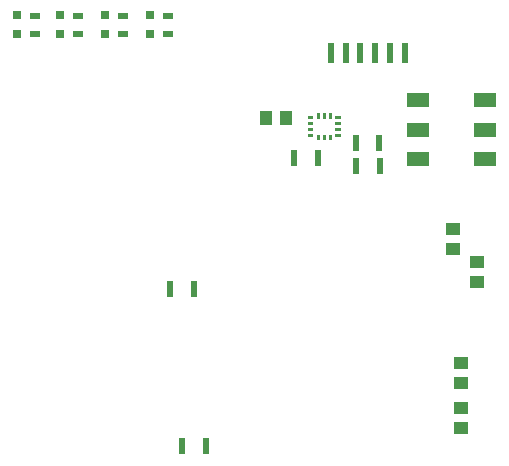
<source format=gtp>
G04*
G04 #@! TF.GenerationSoftware,Altium Limited,Altium Designer,25.2.1 (25)*
G04*
G04 Layer_Color=8421504*
%FSLAX44Y44*%
%MOMM*%
G71*
G04*
G04 #@! TF.SameCoordinates,3DF48369-53CF-4C9B-B775-AACAF03539EE*
G04*
G04*
G04 #@! TF.FilePolarity,Positive*
G04*
G01*
G75*
%ADD19R,0.8890X0.6096*%
%ADD20R,0.8000X0.8000*%
%ADD21R,1.9558X1.1938*%
%ADD22R,1.1938X1.0160*%
%ADD23R,1.0160X1.1938*%
%ADD24R,0.6096X1.7018*%
%ADD25R,0.6200X1.4700*%
G36*
X538320Y549165D02*
X535940D01*
Y553665D01*
X538320D01*
Y549165D01*
D02*
G37*
G36*
X533320D02*
X530940D01*
Y553665D01*
X533320D01*
Y549165D01*
D02*
G37*
G36*
X528320D02*
X525940D01*
Y553665D01*
X528320D01*
Y549165D01*
D02*
G37*
G36*
X546005Y548600D02*
X541505D01*
Y550980D01*
X546005D01*
Y548600D01*
D02*
G37*
G36*
X522755D02*
X518255D01*
Y550980D01*
X522755D01*
Y548600D01*
D02*
G37*
G36*
X546005Y543600D02*
X541505D01*
Y545980D01*
X546005D01*
Y543600D01*
D02*
G37*
G36*
X522755D02*
X518255D01*
Y545980D01*
X522755D01*
Y543600D01*
D02*
G37*
G36*
X546005Y538600D02*
X541505D01*
Y540980D01*
X546005D01*
Y538600D01*
D02*
G37*
G36*
X522755D02*
X518255D01*
Y540980D01*
X522755D01*
Y538600D01*
D02*
G37*
G36*
X546005Y533600D02*
X541505D01*
Y535980D01*
X546005D01*
Y533600D01*
D02*
G37*
G36*
X522755D02*
X518255D01*
Y535980D01*
X522755D01*
Y533600D01*
D02*
G37*
G36*
X538320Y530915D02*
X535940D01*
Y535415D01*
X538320D01*
Y530915D01*
D02*
G37*
G36*
X533320D02*
X530940D01*
Y535415D01*
X533320D01*
Y530915D01*
D02*
G37*
G36*
X528320D02*
X525940D01*
Y535415D01*
X528320D01*
Y530915D01*
D02*
G37*
D19*
X400050Y621157D02*
D03*
Y636143D02*
D03*
X361950Y621157D02*
D03*
Y636143D02*
D03*
X323850Y621157D02*
D03*
Y636143D02*
D03*
X287020Y621157D02*
D03*
Y636143D02*
D03*
D20*
X384810Y620650D02*
D03*
Y636650D02*
D03*
X346710Y620650D02*
D03*
Y636650D02*
D03*
X308610Y620650D02*
D03*
Y636650D02*
D03*
X271780Y620650D02*
D03*
Y636650D02*
D03*
D21*
X668330Y514750D02*
D03*
Y539750D02*
D03*
Y564750D02*
D03*
X611830D02*
D03*
Y539750D02*
D03*
Y514750D02*
D03*
D22*
X647700Y342519D02*
D03*
Y325501D02*
D03*
X661670Y427609D02*
D03*
Y410591D02*
D03*
X647700Y287401D02*
D03*
Y304419D02*
D03*
X641350Y455549D02*
D03*
Y438531D02*
D03*
D23*
X499999Y549910D02*
D03*
X482981D02*
D03*
D24*
X537710Y604813D02*
D03*
X550210D02*
D03*
X562710D02*
D03*
X575210D02*
D03*
X587710D02*
D03*
X600210D02*
D03*
D25*
X421480Y405130D02*
D03*
X401480D02*
D03*
X431640Y271780D02*
D03*
X411640D02*
D03*
X578960Y509270D02*
D03*
X558960D02*
D03*
X506730Y515620D02*
D03*
X526730D02*
D03*
X578800Y528320D02*
D03*
X558800D02*
D03*
M02*

</source>
